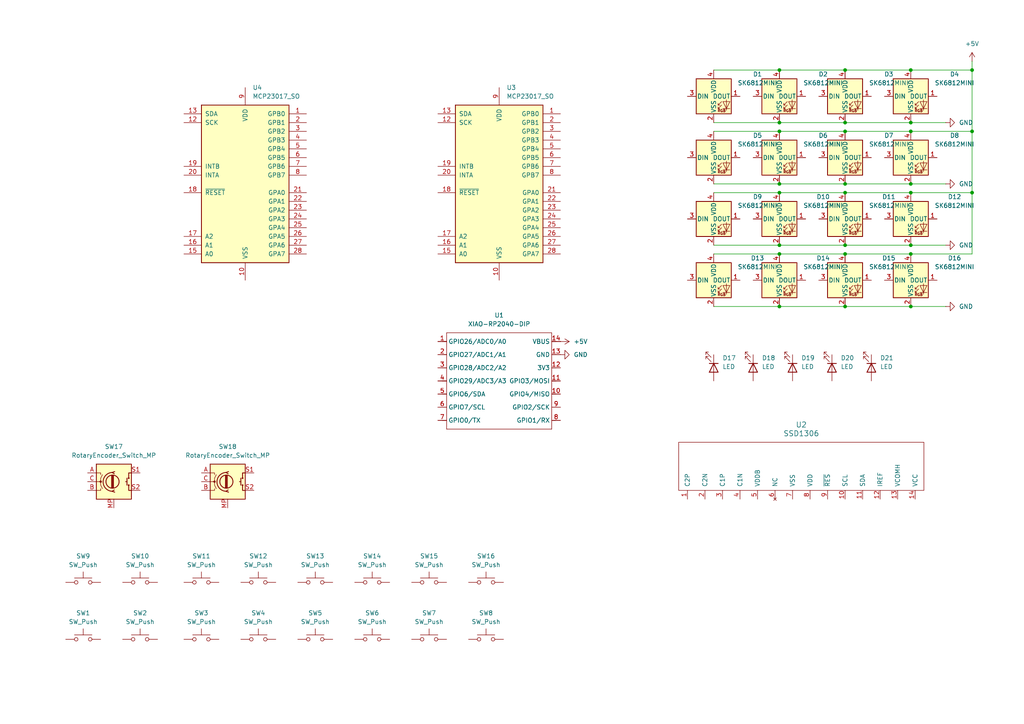
<source format=kicad_sch>
(kicad_sch (version 20250114) (generator "eeschema") (generator_version "9.0")
  (paper "A4")
  (lib_symbols
    (symbol "Device:LED" (pin_numbers (hide yes)) (pin_names (offset 1.016) (hide yes))
      (property "Reference" "D" (at 0 2.54 0))
      (property "Value" "LED" (at 0 -2.54 0))
      (symbol "LED_0_1"
        (polyline (pts (xy -3.048 -0.762) (xy -4.572 -2.286) (xy -3.81 -2.286) (xy -4.572 -2.286) (xy -4.572 -1.524)))
        (polyline (pts (xy -1.778 -0.762) (xy -3.302 -2.286) (xy -2.54 -2.286) (xy -3.302 -2.286) (xy -3.302 -1.524)))
        (polyline (pts (xy -1.27 0) (xy 1.27 0)))
        (polyline (pts (xy -1.27 -1.27) (xy -1.27 1.27)) (stroke (width 0.254)))
        (polyline (pts (xy 1.27 -1.27) (xy 1.27 1.27) (xy -1.27 0) (xy 1.27 -1.27)) (stroke (width 0.254)))
      )
      (symbol "LED_1_1"
        (pin passive line (at -3.81 0 0) (length 2.54) (name "K") (number "1"))
        (pin passive line (at 3.81 0 180) (length 2.54) (name "A") (number "2"))
      )
    )
    (symbol "Device:RotaryEncoder_Switch_MP" (pin_names (offset 0.254) (hide yes))
      (property "Reference" "SW" (at 0 8.89 0))
      (property "Value" "RotaryEncoder_Switch_MP" (at 0 6.35 0))
      (symbol "RotaryEncoder_Switch_MP_0_1"
        (rectangle (start -5.08 5.08) (end 5.08 -5.08) (stroke (width 0.254)) (fill (type background)))
        (polyline (pts (xy -5.08 2.54) (xy -3.81 2.54) (xy -3.81 2.032)))
        (polyline (pts (xy -5.08 0) (xy -3.81 0) (xy -3.81 -1.016) (xy -3.302 -2.032)))
        (polyline (pts (xy -5.08 -2.54) (xy -3.81 -2.54) (xy -3.81 -2.032)))
        (polyline (pts (xy -4.318 0) (xy -3.81 0) (xy -3.81 1.016) (xy -3.302 2.032)))
        (circle (center -3.81 0) (radius 0.254) (fill (type outline)))
        (polyline (pts (xy -0.635 -1.778) (xy -0.635 1.778)) (stroke (width 0.254)))
        (circle (center -0.381 0) (radius 1.905) (stroke (width 0.254)))
        (polyline (pts (xy -0.381 -1.778) (xy -0.381 1.778)) (stroke (width 0.254)))
        (arc (start -0.381 -2.794) (mid -3.0988 -0.0635) (end -0.381 2.667) (stroke (width 0.254)))
        (polyline (pts (xy -0.127 1.778) (xy -0.127 -1.778)) (stroke (width 0.254)))
        (polyline (pts (xy 0.254 2.921) (xy -0.508 2.667) (xy 0.127 2.286)) (stroke (width 0.254)))
        (polyline (pts (xy 0.254 -3.048) (xy -0.508 -2.794) (xy 0.127 -2.413)) (stroke (width 0.254)))
        (polyline (pts (xy 3.81 1.016) (xy 3.81 -1.016)) (stroke (width 0.254)))
        (polyline (pts (xy 3.81 0) (xy 3.429 0)) (stroke (width 0.254)))
        (circle (center 4.318 1.016) (radius 0.127) (stroke (width 0.254)))
        (circle (center 4.318 -1.016) (radius 0.127) (stroke (width 0.254)))
        (polyline (pts (xy 5.08 2.54) (xy 4.318 2.54) (xy 4.318 1.016)) (stroke (width 0.254)))
        (polyline (pts (xy 5.08 -2.54) (xy 4.318 -2.54) (xy 4.318 -1.016)) (stroke (width 0.254)))
      )
      (symbol "RotaryEncoder_Switch_MP_1_1"
        (pin passive line (at -7.62 2.54 0) (length 2.54) (name "A") (number "A"))
        (pin passive line (at -7.62 0 0) (length 2.54) (name "C") (number "C"))
        (pin passive line (at -7.62 -2.54 0) (length 2.54) (name "B") (number "B"))
        (pin passive line (at 0 -7.62 90) (length 2.54) (name "MP") (number "MP"))
        (pin passive line (at 7.62 2.54 180) (length 2.54) (name "S1") (number "S1"))
        (pin passive line (at 7.62 -2.54 180) (length 2.54) (name "S2") (number "S2"))
      )
    )
    (symbol "Interface_Expansion:MCP23017_SO" (pin_names (offset 1.016))
      (property "Reference" "U" (at -11.43 24.13 0))
      (property "Value" "MCP23017_SO" (at 0 0 0))
      (symbol "MCP23017_SO_0_1"
        (rectangle (start -12.7 22.86) (end 12.7 -22.86) (stroke (width 0.254)) (fill (type background)))
      )
      (symbol "MCP23017_SO_1_1"
        (pin bidirectional line (at -17.78 20.32 0) (length 5.08) (name "SDA") (number "13"))
        (pin input line (at -17.78 17.78 0) (length 5.08) (name "SCK") (number "12"))
        (pin tri_state line (at -17.78 5.08 0) (length 5.08) (name "INTB") (number "19"))
        (pin tri_state line (at -17.78 2.54 0) (length 5.08) (name "INTA") (number "20"))
        (pin input line (at -17.78 -2.54 0) (length 5.08) (name "~{RESET}") (number "18"))
        (pin input line (at -17.78 -15.24 0) (length 5.08) (name "A2") (number "17"))
        (pin input line (at -17.78 -17.78 0) (length 5.08) (name "A1") (number "16"))
        (pin input line (at -17.78 -20.32 0) (length 5.08) (name "A0") (number "15"))
        (pin no_connect line (at -12.7 15.24 0) (length 5.08) (hide yes) (name "NC") (number "11"))
        (pin no_connect line (at -12.7 12.7 0) (length 5.08) (hide yes) (name "NC") (number "14"))
        (pin power_in line (at 0 27.94 270) (length 5.08) (name "VDD") (number "9"))
        (pin power_in line (at 0 -27.94 90) (length 5.08) (name "VSS") (number "10"))
        (pin bidirectional line (at 17.78 20.32 180) (length 5.08) (name "GPB0") (number "1"))
        (pin bidirectional line (at 17.78 17.78 180) (length 5.08) (name "GPB1") (number "2"))
        (pin bidirectional line (at 17.78 15.24 180) (length 5.08) (name "GPB2") (number "3"))
        (pin bidirectional line (at 17.78 12.7 180) (length 5.08) (name "GPB3") (number "4"))
        (pin bidirectional line (at 17.78 10.16 180) (length 5.08) (name "GPB4") (number "5"))
        (pin bidirectional line (at 17.78 7.62 180) (length 5.08) (name "GPB5") (number "6"))
        (pin bidirectional line (at 17.78 5.08 180) (length 5.08) (name "GPB6") (number "7"))
        (pin output line (at 17.78 2.54 180) (length 5.08) (name "GPB7") (number "8"))
        (pin bidirectional line (at 17.78 -2.54 180) (length 5.08) (name "GPA0") (number "21"))
        (pin bidirectional line (at 17.78 -5.08 180) (length 5.08) (name "GPA1") (number "22"))
        (pin bidirectional line (at 17.78 -7.62 180) (length 5.08) (name "GPA2") (number "23"))
        (pin bidirectional line (at 17.78 -10.16 180) (length 5.08) (name "GPA3") (number "24"))
        (pin bidirectional line (at 17.78 -12.7 180) (length 5.08) (name "GPA4") (number "25"))
        (pin bidirectional line (at 17.78 -15.24 180) (length 5.08) (name "GPA5") (number "26"))
        (pin bidirectional line (at 17.78 -17.78 180) (length 5.08) (name "GPA6") (number "27"))
        (pin output line (at 17.78 -20.32 180) (length 5.08) (name "GPA7") (number "28"))
      )
    )
    (symbol "LED:SK6812MINI" (pin_names (offset 0.254))
      (property "Reference" "D" (at 5.08 5.715 0))
      (property "Value" "SK6812MINI" (at 1.27 -5.715 0))
      (symbol "SK6812MINI_0_0"
        (text "RGB" (at 2.286 -4.191 0) (effects (font (size 0.762 0.762))))
      )
      (symbol "SK6812MINI_0_1"
        (polyline (pts (xy 1.27 -2.54) (xy 1.778 -2.54)))
        (polyline (pts (xy 1.27 -3.556) (xy 1.778 -3.556)))
        (polyline (pts (xy 2.286 -1.524) (xy 1.27 -2.54) (xy 1.27 -2.032)))
        (polyline (pts (xy 2.286 -2.54) (xy 1.27 -3.556) (xy 1.27 -3.048)))
        (polyline (pts (xy 3.683 -1.016) (xy 3.683 -3.556) (xy 3.683 -4.064)))
        (polyline (pts (xy 4.699 -1.524) (xy 2.667 -1.524) (xy 3.683 -3.556) (xy 4.699 -1.524)))
        (polyline (pts (xy 4.699 -3.556) (xy 2.667 -3.556)))
        (rectangle (start 5.08 5.08) (end -5.08 -5.08) (stroke (width 0.254)) (fill (type background)))
      )
      (symbol "SK6812MINI_1_1"
        (pin input line (at -7.62 0 0) (length 2.54) (name "DIN") (number "3"))
        (pin power_in line (at 0 7.62 270) (length 2.54) (name "VDD") (number "4"))
        (pin power_in line (at 0 -7.62 90) (length 2.54) (name "VSS") (number "2"))
        (pin output line (at 7.62 0 180) (length 2.54) (name "DOUT") (number "1"))
      )
    )
    (symbol "OLED:SSD1306" (pin_names (offset 1.016))
      (property "Reference" "U" (at 34.29 15.24 0))
      (property "Value" "SSD1306" (at -34.29 15.24 0))
      (symbol "SSD1306_0_1"
        (rectangle (start -35.56 16.51) (end 35.56 2.54))
      )
      (symbol "SSD1306_1_1"
        (pin input line (at -33.02 0 90) (length 2.54) (name "C2P") (number "1"))
        (pin input line (at -27.94 0 90) (length 2.54) (name "C2N") (number "2"))
        (pin input line (at -22.86 0 90) (length 2.54) (name "C1P") (number "3"))
        (pin input line (at -17.78 0 90) (length 2.54) (name "C1N") (number "4"))
        (pin input line (at -12.7 0 90) (length 2.54) (name "VDDB") (number "5"))
        (pin no_connect line (at -7.62 0 90) (length 2.54) (name "NC") (number "6"))
        (pin output line (at -2.54 0 90) (length 2.54) (name "VSS") (number "7"))
        (pin input line (at 2.54 0 90) (length 2.54) (name "VDD") (number "8"))
        (pin input line (at 7.62 0 90) (length 2.54) (name "~{RES}") (number "9"))
        (pin input line (at 12.7 0 90) (length 2.54) (name "SCL") (number "10"))
        (pin input line (at 17.78 0 90) (length 2.54) (name "SDA") (number "11"))
        (pin input line (at 22.86 0 90) (length 2.54) (name "IREF") (number "12"))
        (pin input line (at 27.94 0 90) (length 2.54) (name "VCOMH") (number "13"))
        (pin input line (at 33.02 0 90) (length 2.54) (name "VCC") (number "14"))
      )
    )
    (symbol "OPL:XIAO-RP2040-DIP"
      (property "Reference" "U" (at 0 0 0))
      (property "Value" "XIAO-RP2040-DIP" (at 5.334 -1.778 0))
      (symbol "XIAO-RP2040-DIP_1_0"
        (polyline (pts (xy -1.27 -2.54) (xy 29.21 -2.54)) (stroke (width 0.1524)))
        (polyline (pts (xy -1.27 -5.08) (xy -2.54 -5.08)) (stroke (width 0.1524)))
        (polyline (pts (xy -1.27 -5.08) (xy -1.27 -2.54)) (stroke (width 0.1524)))
        (polyline (pts (xy -1.27 -8.89) (xy -2.54 -8.89)) (stroke (width 0.1524)))
        (polyline (pts (xy -1.27 -8.89) (xy -1.27 -5.08)) (stroke (width 0.1524)))
        (polyline (pts (xy -1.27 -12.7) (xy -2.54 -12.7)) (stroke (width 0.1524)))
        (polyline (pts (xy -1.27 -12.7) (xy -1.27 -8.89)) (stroke (width 0.1524)))
        (polyline (pts (xy -1.27 -16.51) (xy -2.54 -16.51)) (stroke (width 0.1524)))
        (polyline (pts (xy -1.27 -16.51) (xy -1.27 -12.7)) (stroke (width 0.1524)))
        (polyline (pts (xy -1.27 -20.32) (xy -2.54 -20.32)) (stroke (width 0.1524)))
        (polyline (pts (xy -1.27 -24.13) (xy -2.54 -24.13)) (stroke (width 0.1524)))
        (polyline (pts (xy -1.27 -27.94) (xy -2.54 -27.94)) (stroke (width 0.1524)))
        (polyline (pts (xy -1.27 -30.48) (xy -1.27 -16.51)) (stroke (width 0.1524)))
        (polyline (pts (xy 29.21 -2.54) (xy 29.21 -5.08)) (stroke (width 0.1524)))
        (polyline (pts (xy 29.21 -5.08) (xy 29.21 -8.89)) (stroke (width 0.1524)))
        (polyline (pts (xy 29.21 -8.89) (xy 29.21 -12.7)) (stroke (width 0.1524)))
        (polyline (pts (xy 29.21 -12.7) (xy 29.21 -30.48)) (stroke (width 0.1524)))
        (polyline (pts (xy 29.21 -30.48) (xy -1.27 -30.48)) (stroke (width 0.1524)))
        (polyline (pts (xy 30.48 -5.08) (xy 29.21 -5.08)) (stroke (width 0.1524)))
        (polyline (pts (xy 30.48 -8.89) (xy 29.21 -8.89)) (stroke (width 0.1524)))
        (polyline (pts (xy 30.48 -12.7) (xy 29.21 -12.7)) (stroke (width 0.1524)))
        (polyline (pts (xy 30.48 -16.51) (xy 29.21 -16.51)) (stroke (width 0.1524)))
        (polyline (pts (xy 30.48 -20.32) (xy 29.21 -20.32)) (stroke (width 0.1524)))
        (polyline (pts (xy 30.48 -24.13) (xy 29.21 -24.13)) (stroke (width 0.1524)))
        (polyline (pts (xy 30.48 -27.94) (xy 29.21 -27.94)) (stroke (width 0.1524)))
        (pin passive line (at -3.81 -5.08 0) (length 2.54) (name "GPIO26/ADC0/A0") (number "1"))
        (pin passive line (at -3.81 -8.89 0) (length 2.54) (name "GPIO27/ADC1/A1") (number "2"))
        (pin passive line (at -3.81 -12.7 0) (length 2.54) (name "GPIO28/ADC2/A2") (number "3"))
        (pin passive line (at -3.81 -16.51 0) (length 2.54) (name "GPIO29/ADC3/A3") (number "4"))
        (pin passive line (at -3.81 -20.32 0) (length 2.54) (name "GPIO6/SDA") (number "5"))
        (pin passive line (at -3.81 -24.13 0) (length 2.54) (name "GPIO7/SCL") (number "6"))
        (pin passive line (at -3.81 -27.94 0) (length 2.54) (name "GPIO0/TX") (number "7"))
        (pin passive line (at 31.75 -5.08 180) (length 2.54) (name "VBUS") (number "14"))
        (pin passive line (at 31.75 -8.89 180) (length 2.54) (name "GND") (number "13"))
        (pin passive line (at 31.75 -12.7 180) (length 2.54) (name "3V3") (number "12"))
        (pin passive line (at 31.75 -16.51 180) (length 2.54) (name "GPIO3/MOSI") (number "11"))
        (pin passive line (at 31.75 -20.32 180) (length 2.54) (name "GPIO4/MISO") (number "10"))
        (pin passive line (at 31.75 -24.13 180) (length 2.54) (name "GPIO2/SCK") (number "9"))
        (pin passive line (at 31.75 -27.94 180) (length 2.54) (name "GPIO1/RX") (number "8"))
      )
    )
    (symbol "Switch:SW_Push" (pin_numbers (hide yes)) (pin_names (offset 1.016) (hide yes))
      (property "Reference" "SW" (at 1.27 2.54 0))
      (property "Value" "SW_Push" (at 0 -1.524 0))
      (symbol "SW_Push_0_1"
        (circle (center -2.032 0) (radius 0.508))
        (polyline (pts (xy 0 1.27) (xy 0 3.048)))
        (circle (center 2.032 0) (radius 0.508))
        (polyline (pts (xy 2.54 1.27) (xy -2.54 1.27)))
        (pin passive line (at -5.08 0 0) (length 2.54) (name "1") (number "1"))
        (pin passive line (at 5.08 0 180) (length 2.54) (name "2") (number "2"))
      )
    )
    (symbol "power:+5V" (power) (pin_numbers (hide yes)) (pin_names (offset 0) (hide yes))
      (property "Value" "+5V" (at 0 3.556 0))
      (symbol "+5V_0_1"
        (polyline (pts (xy -0.762 1.27) (xy 0 2.54)))
        (polyline (pts (xy 0 2.54) (xy 0.762 1.27)))
        (polyline (pts (xy 0 0) (xy 0 2.54)))
      )
      (symbol "+5V_1_1"
        (pin power_in line (at 0 0 90) (length 0) (name "~") (number "1"))
      )
    )
    (symbol "power:GND" (power) (pin_numbers (hide yes)) (pin_names (offset 0) (hide yes))
      (property "Value" "GND" (at 0 -3.81 0))
      (symbol "GND_0_1"
        (polyline (pts (xy 0 0) (xy 0 -1.27) (xy 1.27 -1.27) (xy 0 -2.54) (xy -1.27 -1.27) (xy 0 -1.27)))
      )
      (symbol "GND_1_1"
        (pin power_in line (at 0 0 270) (length 0) (name "~") (number "1"))
      )
    )
  )
  (junction (at 245.11 73.66))
  (junction (at 264.16 35.56))
  (junction (at 245.11 53.34))
  (junction (at 226.06 20.32))
  (junction (at 226.06 73.66))
  (junction (at 226.06 53.34))
  (junction (at 281.94 20.32))
  (junction (at 245.11 35.56))
  (junction (at 264.16 53.34))
  (junction (at 245.11 38.1))
  (junction (at 245.11 20.32))
  (junction (at 226.06 71.12))
  (junction (at 245.11 88.9))
  (junction (at 264.16 38.1))
  (junction (at 226.06 35.56))
  (junction (at 245.11 55.88))
  (junction (at 264.16 88.9))
  (junction (at 264.16 71.12))
  (junction (at 226.06 88.9))
  (junction (at 226.06 38.1))
  (junction (at 264.16 20.32))
  (junction (at 281.94 38.1))
  (junction (at 281.94 55.88))
  (junction (at 226.06 55.88))
  (junction (at 264.16 55.88))
  (junction (at 264.16 73.66))
  (junction (at 245.11 71.12))
  (wire (pts (xy 226.06 38.1) (xy 245.11 38.1)))
  (wire (pts (xy 264.16 20.32) (xy 281.94 20.32)))
  (wire (pts (xy 207.01 88.9) (xy 226.06 88.9)))
  (wire (pts (xy 207.01 20.32) (xy 226.06 20.32)))
  (wire (pts (xy 264.16 88.9) (xy 274.32 88.9)))
  (wire (pts (xy 264.16 38.1) (xy 281.94 38.1)))
  (wire (pts (xy 245.11 20.32) (xy 264.16 20.32)))
  (wire (pts (xy 264.16 71.12) (xy 274.32 71.12)))
  (wire (pts (xy 207.01 35.56) (xy 226.06 35.56)))
  (wire (pts (xy 226.06 53.34) (xy 245.11 53.34)))
  (wire (pts (xy 281.94 38.1) (xy 281.94 55.88)))
  (wire (pts (xy 264.16 35.56) (xy 274.32 35.56)))
  (wire (pts (xy 245.11 71.12) (xy 264.16 71.12)))
  (wire (pts (xy 245.11 38.1) (xy 264.16 38.1)))
  (wire (pts (xy 264.16 73.66) (xy 245.11 73.66)))
  (wire (pts (xy 207.01 53.34) (xy 226.06 53.34)))
  (wire (pts (xy 281.94 73.66) (xy 264.16 73.66)))
  (wire (pts (xy 226.06 88.9) (xy 245.11 88.9)))
  (wire (pts (xy 226.06 35.56) (xy 245.11 35.56)))
  (wire (pts (xy 207.01 71.12) (xy 226.06 71.12)))
  (wire (pts (xy 207.01 38.1) (xy 226.06 38.1)))
  (wire (pts (xy 264.16 55.88) (xy 281.94 55.88)))
  (wire (pts (xy 226.06 20.32) (xy 245.11 20.32)))
  (wire (pts (xy 245.11 88.9) (xy 264.16 88.9)))
  (wire (pts (xy 245.11 35.56) (xy 264.16 35.56)))
  (wire (pts (xy 207.01 55.88) (xy 226.06 55.88)))
  (wire (pts (xy 245.11 53.34) (xy 264.16 53.34)))
  (wire (pts (xy 226.06 73.66) (xy 207.01 73.66)))
  (wire (pts (xy 281.94 55.88) (xy 281.94 73.66)))
  (wire (pts (xy 264.16 53.34) (xy 274.32 53.34)))
  (wire (pts (xy 226.06 55.88) (xy 245.11 55.88)))
  (wire (pts (xy 245.11 55.88) (xy 264.16 55.88)))
  (wire (pts (xy 281.94 17.78) (xy 281.94 20.32)))
  (wire (pts (xy 226.06 71.12) (xy 245.11 71.12)))
  (wire (pts (xy 245.11 73.66) (xy 226.06 73.66)))
  (wire (pts (xy 281.94 20.32) (xy 281.94 38.1)))
  (symbol (lib_id "power:GND") (at 274.32 71.12 90) (unit 1)
    (property "Reference" "#PWR06" (effects (hide yes)))
    (property "Value" "GND" (at 278.13 71.1199 90) (effects (justify right)))
    (property "Description" "Power symbol creates a global label with name \"GND\" , ground" (effects (hide yes)))
  )
  (symbol (lib_id "Interface_Expansion:MCP23017_SO") (at 144.78 53.34 0) (unit 1)
    (property "Reference" "U3" (at 146.9233 25.4 0) (effects (justify left)))
    (property "Value" "MCP23017_SO" (at 146.9233 27.94 0) (effects (justify left)))
    (property "Footprint" "Package_SO:SOIC-28W_7.5x17.9mm_P1.27mm" (effects (hide yes)))
    (property "Datasheet" "https://ww1.microchip.com/downloads/aemDocuments/documents/APID/ProductDocuments/DataSheets/MCP23017-Data-Sheet-DS20001952.pdf" (effects (hide yes)))
    (property "Description" "16-bit I/O expander, I2C, interrupts, w pull-ups, GPA/B7 output only (https://microchip.my.site.com/s/article/GPA7---GPB7-Cannot-Be-Used-as-Inputs-In-MCP23017),  SOIC-28" (effects (hide yes)))
  )
  (symbol (lib_id "LED:SK6812MINI") (at 245.11 81.28 0) (unit 1)
    (property "Reference" "D15" (at 257.81 74.8598 0))
    (property "Value" "SK6812MINI" (at 257.81 77.3998 0))
    (property "Footprint" "LED_SMD:LED_SK6812MINI_PLCC4_3.5x3.5mm_P1.75mm" (effects (hide yes)))
    (property "Datasheet" "https://cdn-shop.adafruit.com/product-files/2686/SK6812MINI_REV.01-1-2.pdf" (effects (hide yes)))
    (property "Description" "RGB LED with integrated controller" (effects (hide yes)))
  )
  (symbol (lib_id "LED:SK6812MINI") (at 226.06 63.5 0) (unit 1)
    (property "Reference" "D10" (at 238.76 57.0798 0))
    (property "Value" "SK6812MINI" (at 238.76 59.6198 0))
    (property "Footprint" "LED_SMD:LED_SK6812MINI_PLCC4_3.5x3.5mm_P1.75mm" (effects (hide yes)))
    (property "Datasheet" "https://cdn-shop.adafruit.com/product-files/2686/SK6812MINI_REV.01-1-2.pdf" (effects (hide yes)))
    (property "Description" "RGB LED with integrated controller" (effects (hide yes)))
  )
  (symbol (lib_id "power:GND") (at 274.32 53.34 90) (unit 1)
    (property "Reference" "#PWR05" (effects (hide yes)))
    (property "Value" "GND" (at 278.13 53.3399 90) (effects (justify right)))
    (property "Description" "Power symbol creates a global label with name \"GND\" , ground" (effects (hide yes)))
  )
  (symbol (lib_id "LED:SK6812MINI") (at 245.11 45.72 0) (unit 1)
    (property "Reference" "D7" (at 257.81 39.2998 0))
    (property "Value" "SK6812MINI" (at 257.81 41.8398 0))
    (property "Footprint" "LED_SMD:LED_SK6812MINI_PLCC4_3.5x3.5mm_P1.75mm" (effects (hide yes)))
    (property "Datasheet" "https://cdn-shop.adafruit.com/product-files/2686/SK6812MINI_REV.01-1-2.pdf" (effects (hide yes)))
    (property "Description" "RGB LED with integrated controller" (effects (hide yes)))
  )
  (symbol (lib_id "Device:RotaryEncoder_Switch_MP") (at 33.02 139.7 0) (unit 1)
    (property "Reference" "SW17" (at 33.02 129.54 0))
    (property "Value" "RotaryEncoder_Switch_MP" (at 33.02 132.08 0))
    (property "Description" "Rotary encoder, dual channel, incremental quadrate outputs, with switch and MP Pin" (effects (hide yes)))
  )
  (symbol (lib_id "Switch:SW_Push") (at 24.13 185.42 0) (unit 1)
    (property "Reference" "SW1" (at 24.13 177.8 0))
    (property "Value" "SW_Push" (at 24.13 180.34 0))
    (property "Description" "Push button switch, generic, two pins" (effects (hide yes)))
  )
  (symbol (lib_id "Device:LED") (at 241.3 106.68 270) (unit 1)
    (property "Reference" "D20" (at 243.84 103.8224 90) (effects (justify left)))
    (property "Value" "LED" (at 243.84 106.3624 90) (effects (justify left)))
    (property "Description" "Light emitting diode" (effects (hide yes)))
    (property "Sim.Pins" "1=K 2=A" (effects (hide yes)))
  )
  (symbol (lib_id "Device:LED") (at 218.44 106.68 270) (unit 1)
    (property "Reference" "D18" (at 220.98 103.8224 90) (effects (justify left)))
    (property "Value" "LED" (at 220.98 106.3624 90) (effects (justify left)))
    (property "Description" "Light emitting diode" (effects (hide yes)))
    (property "Sim.Pins" "1=K 2=A" (effects (hide yes)))
  )
  (symbol (lib_id "power:GND") (at 162.56 102.87 90) (unit 1)
    (property "Reference" "#PWR02" (effects (hide yes)))
    (property "Value" "GND" (at 166.37 102.8699 90) (effects (justify right)))
    (property "Description" "Power symbol creates a global label with name \"GND\" , ground" (effects (hide yes)))
  )
  (symbol (lib_id "LED:SK6812MINI") (at 264.16 45.72 0) (unit 1)
    (property "Reference" "D8" (at 276.86 39.2998 0))
    (property "Value" "SK6812MINI" (at 276.86 41.8398 0))
    (property "Footprint" "LED_SMD:LED_SK6812MINI_PLCC4_3.5x3.5mm_P1.75mm" (effects (hide yes)))
    (property "Datasheet" "https://cdn-shop.adafruit.com/product-files/2686/SK6812MINI_REV.01-1-2.pdf" (effects (hide yes)))
    (property "Description" "RGB LED with integrated controller" (effects (hide yes)))
  )
  (symbol (lib_id "Switch:SW_Push") (at 107.95 168.91 0) (unit 1)
    (property "Reference" "SW14" (at 107.95 161.29 0))
    (property "Value" "SW_Push" (at 107.95 163.83 0))
    (property "Description" "Push button switch, generic, two pins" (effects (hide yes)))
  )
  (symbol (lib_id "LED:SK6812MINI") (at 264.16 27.94 0) (unit 1)
    (property "Reference" "D4" (at 276.86 21.5198 0))
    (property "Value" "SK6812MINI" (at 276.86 24.0598 0))
    (property "Footprint" "LED_SMD:LED_SK6812MINI_PLCC4_3.5x3.5mm_P1.75mm" (effects (hide yes)))
    (property "Datasheet" "https://cdn-shop.adafruit.com/product-files/2686/SK6812MINI_REV.01-1-2.pdf" (effects (hide yes)))
    (property "Description" "RGB LED with integrated controller" (effects (hide yes)))
  )
  (symbol (lib_id "Switch:SW_Push") (at 40.64 168.91 0) (unit 1)
    (property "Reference" "SW10" (at 40.64 161.29 0))
    (property "Value" "SW_Push" (at 40.64 163.83 0))
    (property "Description" "Push button switch, generic, two pins" (effects (hide yes)))
  )
  (symbol (lib_id "Switch:SW_Push") (at 107.95 185.42 0) (unit 1)
    (property "Reference" "SW6" (at 107.95 177.8 0))
    (property "Value" "SW_Push" (at 107.95 180.34 0))
    (property "Description" "Push button switch, generic, two pins" (effects (hide yes)))
  )
  (symbol (lib_id "Switch:SW_Push") (at 58.42 168.91 0) (unit 1)
    (property "Reference" "SW11" (at 58.42 161.29 0))
    (property "Value" "SW_Push" (at 58.42 163.83 0))
    (property "Description" "Push button switch, generic, two pins" (effects (hide yes)))
  )
  (symbol (lib_id "power:+5V") (at 162.56 99.06 270) (unit 1)
    (property "Reference" "#PWR01" (effects (hide yes)))
    (property "Value" "+5V" (at 166.37 99.0599 90) (effects (justify left)))
    (property "Description" "Power symbol creates a global label with name \"+5V\"" (effects (hide yes)))
  )
  (symbol (lib_id "LED:SK6812MINI") (at 226.06 81.28 0) (unit 1)
    (property "Reference" "D14" (at 238.76 74.8598 0))
    (property "Value" "SK6812MINI" (at 238.76 77.3998 0))
    (property "Footprint" "LED_SMD:LED_SK6812MINI_PLCC4_3.5x3.5mm_P1.75mm" (effects (hide yes)))
    (property "Datasheet" "https://cdn-shop.adafruit.com/product-files/2686/SK6812MINI_REV.01-1-2.pdf" (effects (hide yes)))
    (property "Description" "RGB LED with integrated controller" (effects (hide yes)))
  )
  (symbol (lib_id "OPL:XIAO-RP2040-DIP") (at 130.81 93.98 0) (unit 1)
    (property "Reference" "U1" (at 144.78 91.44 0))
    (property "Value" "XIAO-RP2040-DIP" (at 144.78 93.98 0))
    (property "Footprint" "Module:MOUDLE14P-XIAO-DIP-SMD" (effects (hide yes)))
  )
  (symbol (lib_id "LED:SK6812MINI") (at 207.01 81.28 0) (unit 1)
    (property "Reference" "D13" (at 219.71 74.8598 0))
    (property "Value" "SK6812MINI" (at 219.71 77.3998 0))
    (property "Footprint" "LED_SMD:LED_SK6812MINI_PLCC4_3.5x3.5mm_P1.75mm" (effects (hide yes)))
    (property "Datasheet" "https://cdn-shop.adafruit.com/product-files/2686/SK6812MINI_REV.01-1-2.pdf" (effects (hide yes)))
    (property "Description" "RGB LED with integrated controller" (effects (hide yes)))
  )
  (symbol (lib_id "Switch:SW_Push") (at 91.44 168.91 0) (unit 1)
    (property "Reference" "SW13" (at 91.44 161.29 0))
    (property "Value" "SW_Push" (at 91.44 163.83 0))
    (property "Description" "Push button switch, generic, two pins" (effects (hide yes)))
  )
  (symbol (lib_id "Switch:SW_Push") (at 40.64 185.42 0) (unit 1)
    (property "Reference" "SW2" (at 40.64 177.8 0))
    (property "Value" "SW_Push" (at 40.64 180.34 0))
    (property "Description" "Push button switch, generic, two pins" (effects (hide yes)))
  )
  (symbol (lib_id "Device:LED") (at 252.73 106.68 270) (unit 1)
    (property "Reference" "D21" (at 255.27 103.8224 90) (effects (justify left)))
    (property "Value" "LED" (at 255.27 106.3624 90) (effects (justify left)))
    (property "Description" "Light emitting diode" (effects (hide yes)))
    (property "Sim.Pins" "1=K 2=A" (effects (hide yes)))
  )
  (symbol (lib_id "LED:SK6812MINI") (at 207.01 27.94 0) (unit 1)
    (property "Reference" "D1" (at 219.71 21.5198 0))
    (property "Value" "SK6812MINI" (at 219.71 24.0598 0))
    (property "Footprint" "LED_SMD:LED_SK6812MINI_PLCC4_3.5x3.5mm_P1.75mm" (effects (hide yes)))
    (property "Datasheet" "https://cdn-shop.adafruit.com/product-files/2686/SK6812MINI_REV.01-1-2.pdf" (effects (hide yes)))
    (property "Description" "RGB LED with integrated controller" (effects (hide yes)))
  )
  (symbol (lib_id "OLED:SSD1306") (at 232.41 144.78 0) (unit 1)
    (property "Reference" "U2" (at 232.41 123.19 0) (effects (font (size 1.524 1.524))))
    (property "Value" "SSD1306" (at 232.41 125.73 0) (effects (font (size 1.524 1.524))))
  )
  (symbol (lib_id "Switch:SW_Push") (at 140.97 168.91 0) (unit 1)
    (property "Reference" "SW16" (at 140.97 161.29 0))
    (property "Value" "SW_Push" (at 140.97 163.83 0))
    (property "Description" "Push button switch, generic, two pins" (effects (hide yes)))
  )
  (symbol (lib_id "LED:SK6812MINI") (at 226.06 45.72 0) (unit 1)
    (property "Reference" "D6" (at 238.76 39.2998 0))
    (property "Value" "SK6812MINI" (at 238.76 41.8398 0))
    (property "Footprint" "LED_SMD:LED_SK6812MINI_PLCC4_3.5x3.5mm_P1.75mm" (effects (hide yes)))
    (property "Datasheet" "https://cdn-shop.adafruit.com/product-files/2686/SK6812MINI_REV.01-1-2.pdf" (effects (hide yes)))
    (property "Description" "RGB LED with integrated controller" (effects (hide yes)))
  )
  (symbol (lib_id "Switch:SW_Push") (at 24.13 168.91 0) (unit 1)
    (property "Reference" "SW9" (at 24.13 161.29 0))
    (property "Value" "SW_Push" (at 24.13 163.83 0))
    (property "Description" "Push button switch, generic, two pins" (effects (hide yes)))
  )
  (symbol (lib_id "Switch:SW_Push") (at 74.93 168.91 0) (unit 1)
    (property "Reference" "SW12" (at 74.93 161.29 0))
    (property "Value" "SW_Push" (at 74.93 163.83 0))
    (property "Description" "Push button switch, generic, two pins" (effects (hide yes)))
  )
  (symbol (lib_id "Switch:SW_Push") (at 58.42 185.42 0) (unit 1)
    (property "Reference" "SW3" (at 58.42 177.8 0))
    (property "Value" "SW_Push" (at 58.42 180.34 0))
    (property "Description" "Push button switch, generic, two pins" (effects (hide yes)))
  )
  (symbol (lib_id "power:+5V") (at 281.94 17.78 0) (unit 1)
    (property "Reference" "#PWR03" (effects (hide yes)))
    (property "Value" "+5V" (at 281.94 12.7 0))
    (property "Description" "Power symbol creates a global label with name \"+5V\"" (effects (hide yes)))
  )
  (symbol (lib_id "Device:LED") (at 207.01 106.68 270) (unit 1)
    (property "Reference" "D17" (at 209.55 103.8224 90) (effects (justify left)))
    (property "Value" "LED" (at 209.55 106.3624 90) (effects (justify left)))
    (property "Footprint" "LED_THT:LED_D5.0mm" (effects (hide yes)))
    (property "Description" "Light emitting diode" (effects (hide yes)))
    (property "Sim.Pins" "1=K 2=A" (effects (hide yes)))
  )
  (symbol (lib_id "power:GND") (at 274.32 88.9 90) (unit 1)
    (property "Reference" "#PWR07" (effects (hide yes)))
    (property "Value" "GND" (at 278.13 88.8999 90) (effects (justify right)))
    (property "Description" "Power symbol creates a global label with name \"GND\" , ground" (effects (hide yes)))
  )
  (symbol (lib_id "LED:SK6812MINI") (at 226.06 27.94 0) (unit 1)
    (property "Reference" "D2" (at 238.76 21.5198 0))
    (property "Value" "SK6812MINI" (at 238.76 24.0598 0))
    (property "Footprint" "LED_SMD:LED_SK6812MINI_PLCC4_3.5x3.5mm_P1.75mm" (effects (hide yes)))
    (property "Datasheet" "https://cdn-shop.adafruit.com/product-files/2686/SK6812MINI_REV.01-1-2.pdf" (effects (hide yes)))
    (property "Description" "RGB LED with integrated controller" (effects (hide yes)))
  )
  (symbol (lib_id "Interface_Expansion:MCP23017_SO") (at 71.12 53.34 0) (unit 1)
    (property "Reference" "U4" (at 73.2633 25.4 0) (effects (justify left)))
    (property "Value" "MCP23017_SO" (at 73.2633 27.94 0) (effects (justify left)))
    (property "Footprint" "Package_SO:SOIC-28W_7.5x17.9mm_P1.27mm" (effects (hide yes)))
    (property "Datasheet" "https://ww1.microchip.com/downloads/aemDocuments/documents/APID/ProductDocuments/DataSheets/MCP23017-Data-Sheet-DS20001952.pdf" (effects (hide yes)))
    (property "Description" "16-bit I/O expander, I2C, interrupts, w pull-ups, GPA/B7 output only (https://microchip.my.site.com/s/article/GPA7---GPB7-Cannot-Be-Used-as-Inputs-In-MCP23017),  SOIC-28" (effects (hide yes)))
  )
  (symbol (lib_id "Switch:SW_Push") (at 140.97 185.42 0) (unit 1)
    (property "Reference" "SW8" (at 140.97 177.8 0))
    (property "Value" "SW_Push" (at 140.97 180.34 0))
    (property "Description" "Push button switch, generic, two pins" (effects (hide yes)))
  )
  (symbol (lib_id "Device:RotaryEncoder_Switch_MP") (at 66.04 139.7 0) (unit 1)
    (property "Reference" "SW18" (at 66.04 129.54 0))
    (property "Value" "RotaryEncoder_Switch_MP" (at 66.04 132.08 0))
    (property "Description" "Rotary encoder, dual channel, incremental quadrate outputs, with switch and MP Pin" (effects (hide yes)))
  )
  (symbol (lib_id "Device:LED") (at 229.87 106.68 270) (unit 1)
    (property "Reference" "D19" (at 232.41 103.8224 90) (effects (justify left)))
    (property "Value" "LED" (at 232.41 106.3624 90) (effects (justify left)))
    (property "Description" "Light emitting diode" (effects (hide yes)))
    (property "Sim.Pins" "1=K 2=A" (effects (hide yes)))
  )
  (symbol (lib_id "LED:SK6812MINI") (at 245.11 27.94 0) (unit 1)
    (property "Reference" "D3" (at 257.81 21.5198 0))
    (property "Value" "SK6812MINI" (at 257.81 24.0598 0))
    (property "Footprint" "LED_SMD:LED_SK6812MINI_PLCC4_3.5x3.5mm_P1.75mm" (effects (hide yes)))
    (property "Datasheet" "https://cdn-shop.adafruit.com/product-files/2686/SK6812MINI_REV.01-1-2.pdf" (effects (hide yes)))
    (property "Description" "RGB LED with integrated controller" (effects (hide yes)))
  )
  (symbol (lib_id "Switch:SW_Push") (at 74.93 185.42 0) (unit 1)
    (property "Reference" "SW4" (at 74.93 177.8 0))
    (property "Value" "SW_Push" (at 74.93 180.34 0))
    (property "Description" "Push button switch, generic, two pins" (effects (hide yes)))
  )
  (symbol (lib_id "Switch:SW_Push") (at 124.46 168.91 0) (unit 1)
    (property "Reference" "SW15" (at 124.46 161.29 0))
    (property "Value" "SW_Push" (at 124.46 163.83 0))
    (property "Description" "Push button switch, generic, two pins" (effects (hide yes)))
  )
  (symbol (lib_id "power:GND") (at 274.32 35.56 90) (unit 1)
    (property "Reference" "#PWR04" (effects (hide yes)))
    (property "Value" "GND" (at 278.13 35.5599 90) (effects (justify right)))
    (property "Description" "Power symbol creates a global label with name \"GND\" , ground" (effects (hide yes)))
  )
  (symbol (lib_id "Switch:SW_Push") (at 124.46 185.42 0) (unit 1)
    (property "Reference" "SW7" (at 124.46 177.8 0))
    (property "Value" "SW_Push" (at 124.46 180.34 0))
    (property "Description" "Push button switch, generic, two pins" (effects (hide yes)))
  )
  (symbol (lib_id "LED:SK6812MINI") (at 245.11 63.5 0) (unit 1)
    (property "Reference" "D11" (at 257.81 57.0798 0))
    (property "Value" "SK6812MINI" (at 257.81 59.6198 0))
    (property "Footprint" "LED_SMD:LED_SK6812MINI_PLCC4_3.5x3.5mm_P1.75mm" (effects (hide yes)))
    (property "Datasheet" "https://cdn-shop.adafruit.com/product-files/2686/SK6812MINI_REV.01-1-2.pdf" (effects (hide yes)))
    (property "Description" "RGB LED with integrated controller" (effects (hide yes)))
  )
  (symbol (lib_id "LED:SK6812MINI") (at 264.16 81.28 0) (unit 1)
    (property "Reference" "D16" (at 276.86 74.8598 0))
    (property "Value" "SK6812MINI" (at 276.86 77.3998 0))
    (property "Footprint" "LED_SMD:LED_SK6812MINI_PLCC4_3.5x3.5mm_P1.75mm" (effects (hide yes)))
    (property "Datasheet" "https://cdn-shop.adafruit.com/product-files/2686/SK6812MINI_REV.01-1-2.pdf" (effects (hide yes)))
    (property "Description" "RGB LED with integrated controller" (effects (hide yes)))
  )
  (symbol (lib_id "LED:SK6812MINI") (at 207.01 45.72 0) (unit 1)
    (property "Reference" "D5" (at 219.71 39.2998 0))
    (property "Value" "SK6812MINI" (at 219.71 41.8398 0))
    (property "Footprint" "LED_SMD:LED_SK6812MINI_PLCC4_3.5x3.5mm_P1.75mm" (effects (hide yes)))
    (property "Datasheet" "https://cdn-shop.adafruit.com/product-files/2686/SK6812MINI_REV.01-1-2.pdf" (effects (hide yes)))
    (property "Description" "RGB LED with integrated controller" (effects (hide yes)))
  )
  (symbol (lib_id "Switch:SW_Push") (at 91.44 185.42 0) (unit 1)
    (property "Reference" "SW5" (at 91.44 177.8 0))
    (property "Value" "SW_Push" (at 91.44 180.34 0))
    (property "Description" "Push button switch, generic, two pins" (effects (hide yes)))
  )
  (symbol (lib_id "LED:SK6812MINI") (at 207.01 63.5 0) (unit 1)
    (property "Reference" "D9" (at 219.71 57.0798 0))
    (property "Value" "SK6812MINI" (at 219.71 59.6198 0))
    (property "Footprint" "LED_SMD:LED_SK6812MINI_PLCC4_3.5x3.5mm_P1.75mm" (effects (hide yes)))
    (property "Datasheet" "https://cdn-shop.adafruit.com/product-files/2686/SK6812MINI_REV.01-1-2.pdf" (effects (hide yes)))
    (property "Description" "RGB LED with integrated controller" (effects (hide yes)))
  )
  (symbol (lib_id "LED:SK6812MINI") (at 264.16 63.5 0) (unit 1)
    (property "Reference" "D12" (at 276.86 57.0798 0))
    (property "Value" "SK6812MINI" (at 276.86 59.6198 0))
    (property "Footprint" "LED_SMD:LED_SK6812MINI_PLCC4_3.5x3.5mm_P1.75mm" (effects (hide yes)))
    (property "Datasheet" "https://cdn-shop.adafruit.com/product-files/2686/SK6812MINI_REV.01-1-2.pdf" (effects (hide yes)))
    (property "Description" "RGB LED with integrated controller" (effects (hide yes)))
  )
)
</source>
